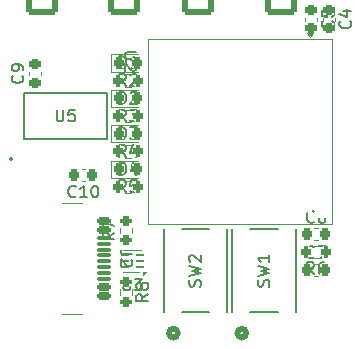
<source format=gbr>
%TF.GenerationSoftware,KiCad,Pcbnew,8.0.5*%
%TF.CreationDate,2025-02-04T19:21:07-06:00*%
%TF.ProjectId,Feather1268,46656174-6865-4723-9132-36382e6b6963,rev?*%
%TF.SameCoordinates,Original*%
%TF.FileFunction,Legend,Top*%
%TF.FilePolarity,Positive*%
%FSLAX46Y46*%
G04 Gerber Fmt 4.6, Leading zero omitted, Abs format (unit mm)*
G04 Created by KiCad (PCBNEW 8.0.5) date 2025-02-04 19:21:07*
%MOMM*%
%LPD*%
G01*
G04 APERTURE LIST*
G04 Aperture macros list*
%AMRoundRect*
0 Rectangle with rounded corners*
0 $1 Rounding radius*
0 $2 $3 $4 $5 $6 $7 $8 $9 X,Y pos of 4 corners*
0 Add a 4 corners polygon primitive as box body*
4,1,4,$2,$3,$4,$5,$6,$7,$8,$9,$2,$3,0*
0 Add four circle primitives for the rounded corners*
1,1,$1+$1,$2,$3*
1,1,$1+$1,$4,$5*
1,1,$1+$1,$6,$7*
1,1,$1+$1,$8,$9*
0 Add four rect primitives between the rounded corners*
20,1,$1+$1,$2,$3,$4,$5,0*
20,1,$1+$1,$4,$5,$6,$7,0*
20,1,$1+$1,$6,$7,$8,$9,0*
20,1,$1+$1,$8,$9,$2,$3,0*%
%AMOutline5P*
0 Free polygon, 5 corners , with rotation*
0 The origin of the aperture is its center*
0 number of corners: always 5*
0 $1 to $10 corner X, Y*
0 $11 Rotation angle, in degrees counterclockwise*
0 create outline with 5 corners*
4,1,5,$1,$2,$3,$4,$5,$6,$7,$8,$9,$10,$1,$2,$11*%
%AMOutline6P*
0 Free polygon, 6 corners , with rotation*
0 The origin of the aperture is its center*
0 number of corners: always 6*
0 $1 to $12 corner X, Y*
0 $13 Rotation angle, in degrees counterclockwise*
0 create outline with 6 corners*
4,1,6,$1,$2,$3,$4,$5,$6,$7,$8,$9,$10,$11,$12,$1,$2,$13*%
%AMOutline7P*
0 Free polygon, 7 corners , with rotation*
0 The origin of the aperture is its center*
0 number of corners: always 7*
0 $1 to $14 corner X, Y*
0 $15 Rotation angle, in degrees counterclockwise*
0 create outline with 7 corners*
4,1,7,$1,$2,$3,$4,$5,$6,$7,$8,$9,$10,$11,$12,$13,$14,$1,$2,$15*%
%AMOutline8P*
0 Free polygon, 8 corners , with rotation*
0 The origin of the aperture is its center*
0 number of corners: always 8*
0 $1 to $16 corner X, Y*
0 $17 Rotation angle, in degrees counterclockwise*
0 create outline with 8 corners*
4,1,8,$1,$2,$3,$4,$5,$6,$7,$8,$9,$10,$11,$12,$13,$14,$15,$16,$1,$2,$17*%
G04 Aperture macros list end*
%ADD10C,0.150000*%
%ADD11C,0.152400*%
%ADD12C,0.508000*%
%ADD13C,0.120000*%
%ADD14R,0.889000X1.473200*%
%ADD15R,3.200400X1.473200*%
%ADD16R,0.762000X0.990600*%
%ADD17RoundRect,0.062500X0.237500X0.062500X-0.237500X0.062500X-0.237500X-0.062500X0.237500X-0.062500X0*%
%ADD18R,0.400000X0.800000*%
%ADD19R,0.800000X0.400000*%
%ADD20Outline5P,-0.600000X0.204000X-0.204000X0.600000X0.600000X0.600000X0.600000X-0.600000X-0.600000X-0.600000X270.000000*%
%ADD21R,1.200000X1.200000*%
%ADD22R,0.800000X0.800000*%
%ADD23RoundRect,0.200000X-0.275000X0.200000X-0.275000X-0.200000X0.275000X-0.200000X0.275000X0.200000X0*%
%ADD24RoundRect,0.200000X0.275000X-0.200000X0.275000X0.200000X-0.275000X0.200000X-0.275000X-0.200000X0*%
%ADD25RoundRect,0.200000X0.200000X0.275000X-0.200000X0.275000X-0.200000X-0.275000X0.200000X-0.275000X0*%
%ADD26RoundRect,0.250000X1.082500X-1.595000X1.082500X1.595000X-1.082500X1.595000X-1.082500X-1.595000X0*%
%ADD27C,0.650000*%
%ADD28RoundRect,0.150000X-0.425000X0.150000X-0.425000X-0.150000X0.425000X-0.150000X0.425000X0.150000X0*%
%ADD29RoundRect,0.075000X-0.500000X0.075000X-0.500000X-0.075000X0.500000X-0.075000X0.500000X0.075000X0*%
%ADD30O,2.100000X1.000000*%
%ADD31O,1.800000X1.000000*%
%ADD32RoundRect,0.218750X-0.218750X-0.256250X0.218750X-0.256250X0.218750X0.256250X-0.218750X0.256250X0*%
%ADD33RoundRect,0.225000X0.225000X0.250000X-0.225000X0.250000X-0.225000X-0.250000X0.225000X-0.250000X0*%
%ADD34RoundRect,0.225000X0.250000X-0.225000X0.250000X0.225000X-0.250000X0.225000X-0.250000X-0.225000X0*%
%ADD35RoundRect,0.225000X-0.225000X-0.250000X0.225000X-0.250000X0.225000X0.250000X-0.225000X0.250000X0*%
%ADD36RoundRect,0.225000X-0.250000X0.225000X-0.250000X-0.225000X0.250000X-0.225000X0.250000X0.225000X0*%
G04 APERTURE END LIST*
D10*
X119738095Y-39654819D02*
X119738095Y-40464342D01*
X119738095Y-40464342D02*
X119785714Y-40559580D01*
X119785714Y-40559580D02*
X119833333Y-40607200D01*
X119833333Y-40607200D02*
X119928571Y-40654819D01*
X119928571Y-40654819D02*
X120119047Y-40654819D01*
X120119047Y-40654819D02*
X120214285Y-40607200D01*
X120214285Y-40607200D02*
X120261904Y-40559580D01*
X120261904Y-40559580D02*
X120309523Y-40464342D01*
X120309523Y-40464342D02*
X120309523Y-39654819D01*
X121261904Y-39654819D02*
X120785714Y-39654819D01*
X120785714Y-39654819D02*
X120738095Y-40131009D01*
X120738095Y-40131009D02*
X120785714Y-40083390D01*
X120785714Y-40083390D02*
X120880952Y-40035771D01*
X120880952Y-40035771D02*
X121119047Y-40035771D01*
X121119047Y-40035771D02*
X121214285Y-40083390D01*
X121214285Y-40083390D02*
X121261904Y-40131009D01*
X121261904Y-40131009D02*
X121309523Y-40226247D01*
X121309523Y-40226247D02*
X121309523Y-40464342D01*
X121309523Y-40464342D02*
X121261904Y-40559580D01*
X121261904Y-40559580D02*
X121214285Y-40607200D01*
X121214285Y-40607200D02*
X121119047Y-40654819D01*
X121119047Y-40654819D02*
X120880952Y-40654819D01*
X120880952Y-40654819D02*
X120785714Y-40607200D01*
X120785714Y-40607200D02*
X120738095Y-40559580D01*
X131907200Y-54633332D02*
X131954819Y-54490475D01*
X131954819Y-54490475D02*
X131954819Y-54252380D01*
X131954819Y-54252380D02*
X131907200Y-54157142D01*
X131907200Y-54157142D02*
X131859580Y-54109523D01*
X131859580Y-54109523D02*
X131764342Y-54061904D01*
X131764342Y-54061904D02*
X131669104Y-54061904D01*
X131669104Y-54061904D02*
X131573866Y-54109523D01*
X131573866Y-54109523D02*
X131526247Y-54157142D01*
X131526247Y-54157142D02*
X131478628Y-54252380D01*
X131478628Y-54252380D02*
X131431009Y-54442856D01*
X131431009Y-54442856D02*
X131383390Y-54538094D01*
X131383390Y-54538094D02*
X131335771Y-54585713D01*
X131335771Y-54585713D02*
X131240533Y-54633332D01*
X131240533Y-54633332D02*
X131145295Y-54633332D01*
X131145295Y-54633332D02*
X131050057Y-54585713D01*
X131050057Y-54585713D02*
X131002438Y-54538094D01*
X131002438Y-54538094D02*
X130954819Y-54442856D01*
X130954819Y-54442856D02*
X130954819Y-54204761D01*
X130954819Y-54204761D02*
X131002438Y-54061904D01*
X130954819Y-53728570D02*
X131954819Y-53490475D01*
X131954819Y-53490475D02*
X131240533Y-53299999D01*
X131240533Y-53299999D02*
X131954819Y-53109523D01*
X131954819Y-53109523D02*
X130954819Y-52871428D01*
X131050057Y-52538094D02*
X131002438Y-52490475D01*
X131002438Y-52490475D02*
X130954819Y-52395237D01*
X130954819Y-52395237D02*
X130954819Y-52157142D01*
X130954819Y-52157142D02*
X131002438Y-52061904D01*
X131002438Y-52061904D02*
X131050057Y-52014285D01*
X131050057Y-52014285D02*
X131145295Y-51966666D01*
X131145295Y-51966666D02*
X131240533Y-51966666D01*
X131240533Y-51966666D02*
X131383390Y-52014285D01*
X131383390Y-52014285D02*
X131954819Y-52585713D01*
X131954819Y-52585713D02*
X131954819Y-51966666D01*
X137707200Y-54633332D02*
X137754819Y-54490475D01*
X137754819Y-54490475D02*
X137754819Y-54252380D01*
X137754819Y-54252380D02*
X137707200Y-54157142D01*
X137707200Y-54157142D02*
X137659580Y-54109523D01*
X137659580Y-54109523D02*
X137564342Y-54061904D01*
X137564342Y-54061904D02*
X137469104Y-54061904D01*
X137469104Y-54061904D02*
X137373866Y-54109523D01*
X137373866Y-54109523D02*
X137326247Y-54157142D01*
X137326247Y-54157142D02*
X137278628Y-54252380D01*
X137278628Y-54252380D02*
X137231009Y-54442856D01*
X137231009Y-54442856D02*
X137183390Y-54538094D01*
X137183390Y-54538094D02*
X137135771Y-54585713D01*
X137135771Y-54585713D02*
X137040533Y-54633332D01*
X137040533Y-54633332D02*
X136945295Y-54633332D01*
X136945295Y-54633332D02*
X136850057Y-54585713D01*
X136850057Y-54585713D02*
X136802438Y-54538094D01*
X136802438Y-54538094D02*
X136754819Y-54442856D01*
X136754819Y-54442856D02*
X136754819Y-54204761D01*
X136754819Y-54204761D02*
X136802438Y-54061904D01*
X136754819Y-53728570D02*
X137754819Y-53490475D01*
X137754819Y-53490475D02*
X137040533Y-53299999D01*
X137040533Y-53299999D02*
X137754819Y-53109523D01*
X137754819Y-53109523D02*
X136754819Y-52871428D01*
X137754819Y-51966666D02*
X137754819Y-52538094D01*
X137754819Y-52252380D02*
X136754819Y-52252380D01*
X136754819Y-52252380D02*
X136897676Y-52347618D01*
X136897676Y-52347618D02*
X136992914Y-52442856D01*
X136992914Y-52442856D02*
X137040533Y-52538094D01*
X125388095Y-53954819D02*
X125388095Y-54764342D01*
X125388095Y-54764342D02*
X125435714Y-54859580D01*
X125435714Y-54859580D02*
X125483333Y-54907200D01*
X125483333Y-54907200D02*
X125578571Y-54954819D01*
X125578571Y-54954819D02*
X125769047Y-54954819D01*
X125769047Y-54954819D02*
X125864285Y-54907200D01*
X125864285Y-54907200D02*
X125911904Y-54859580D01*
X125911904Y-54859580D02*
X125959523Y-54764342D01*
X125959523Y-54764342D02*
X125959523Y-53954819D01*
X126340476Y-53954819D02*
X126959523Y-53954819D01*
X126959523Y-53954819D02*
X126626190Y-54335771D01*
X126626190Y-54335771D02*
X126769047Y-54335771D01*
X126769047Y-54335771D02*
X126864285Y-54383390D01*
X126864285Y-54383390D02*
X126911904Y-54431009D01*
X126911904Y-54431009D02*
X126959523Y-54526247D01*
X126959523Y-54526247D02*
X126959523Y-54764342D01*
X126959523Y-54764342D02*
X126911904Y-54859580D01*
X126911904Y-54859580D02*
X126864285Y-54907200D01*
X126864285Y-54907200D02*
X126769047Y-54954819D01*
X126769047Y-54954819D02*
X126483333Y-54954819D01*
X126483333Y-54954819D02*
X126388095Y-54907200D01*
X126388095Y-54907200D02*
X126340476Y-54859580D01*
X126495180Y-34788095D02*
X125685657Y-34788095D01*
X125685657Y-34788095D02*
X125590419Y-34835714D01*
X125590419Y-34835714D02*
X125542800Y-34883333D01*
X125542800Y-34883333D02*
X125495180Y-34978571D01*
X125495180Y-34978571D02*
X125495180Y-35169047D01*
X125495180Y-35169047D02*
X125542800Y-35264285D01*
X125542800Y-35264285D02*
X125590419Y-35311904D01*
X125590419Y-35311904D02*
X125685657Y-35359523D01*
X125685657Y-35359523D02*
X126495180Y-35359523D01*
X126399942Y-35788095D02*
X126447561Y-35835714D01*
X126447561Y-35835714D02*
X126495180Y-35930952D01*
X126495180Y-35930952D02*
X126495180Y-36169047D01*
X126495180Y-36169047D02*
X126447561Y-36264285D01*
X126447561Y-36264285D02*
X126399942Y-36311904D01*
X126399942Y-36311904D02*
X126304704Y-36359523D01*
X126304704Y-36359523D02*
X126209466Y-36359523D01*
X126209466Y-36359523D02*
X126066609Y-36311904D01*
X126066609Y-36311904D02*
X125495180Y-35740476D01*
X125495180Y-35740476D02*
X125495180Y-36359523D01*
X127484819Y-55266666D02*
X127008628Y-55599999D01*
X127484819Y-55838094D02*
X126484819Y-55838094D01*
X126484819Y-55838094D02*
X126484819Y-55457142D01*
X126484819Y-55457142D02*
X126532438Y-55361904D01*
X126532438Y-55361904D02*
X126580057Y-55314285D01*
X126580057Y-55314285D02*
X126675295Y-55266666D01*
X126675295Y-55266666D02*
X126818152Y-55266666D01*
X126818152Y-55266666D02*
X126913390Y-55314285D01*
X126913390Y-55314285D02*
X126961009Y-55361904D01*
X126961009Y-55361904D02*
X127008628Y-55457142D01*
X127008628Y-55457142D02*
X127008628Y-55838094D01*
X126913390Y-54695237D02*
X126865771Y-54790475D01*
X126865771Y-54790475D02*
X126818152Y-54838094D01*
X126818152Y-54838094D02*
X126722914Y-54885713D01*
X126722914Y-54885713D02*
X126675295Y-54885713D01*
X126675295Y-54885713D02*
X126580057Y-54838094D01*
X126580057Y-54838094D02*
X126532438Y-54790475D01*
X126532438Y-54790475D02*
X126484819Y-54695237D01*
X126484819Y-54695237D02*
X126484819Y-54504761D01*
X126484819Y-54504761D02*
X126532438Y-54409523D01*
X126532438Y-54409523D02*
X126580057Y-54361904D01*
X126580057Y-54361904D02*
X126675295Y-54314285D01*
X126675295Y-54314285D02*
X126722914Y-54314285D01*
X126722914Y-54314285D02*
X126818152Y-54361904D01*
X126818152Y-54361904D02*
X126865771Y-54409523D01*
X126865771Y-54409523D02*
X126913390Y-54504761D01*
X126913390Y-54504761D02*
X126913390Y-54695237D01*
X126913390Y-54695237D02*
X126961009Y-54790475D01*
X126961009Y-54790475D02*
X127008628Y-54838094D01*
X127008628Y-54838094D02*
X127103866Y-54885713D01*
X127103866Y-54885713D02*
X127294342Y-54885713D01*
X127294342Y-54885713D02*
X127389580Y-54838094D01*
X127389580Y-54838094D02*
X127437200Y-54790475D01*
X127437200Y-54790475D02*
X127484819Y-54695237D01*
X127484819Y-54695237D02*
X127484819Y-54504761D01*
X127484819Y-54504761D02*
X127437200Y-54409523D01*
X127437200Y-54409523D02*
X127389580Y-54361904D01*
X127389580Y-54361904D02*
X127294342Y-54314285D01*
X127294342Y-54314285D02*
X127103866Y-54314285D01*
X127103866Y-54314285D02*
X127008628Y-54361904D01*
X127008628Y-54361904D02*
X126961009Y-54409523D01*
X126961009Y-54409523D02*
X126913390Y-54504761D01*
X124624819Y-50066666D02*
X124148628Y-50399999D01*
X124624819Y-50638094D02*
X123624819Y-50638094D01*
X123624819Y-50638094D02*
X123624819Y-50257142D01*
X123624819Y-50257142D02*
X123672438Y-50161904D01*
X123672438Y-50161904D02*
X123720057Y-50114285D01*
X123720057Y-50114285D02*
X123815295Y-50066666D01*
X123815295Y-50066666D02*
X123958152Y-50066666D01*
X123958152Y-50066666D02*
X124053390Y-50114285D01*
X124053390Y-50114285D02*
X124101009Y-50161904D01*
X124101009Y-50161904D02*
X124148628Y-50257142D01*
X124148628Y-50257142D02*
X124148628Y-50638094D01*
X123624819Y-49733332D02*
X123624819Y-49066666D01*
X123624819Y-49066666D02*
X124624819Y-49495237D01*
X141533333Y-53584819D02*
X141200000Y-53108628D01*
X140961905Y-53584819D02*
X140961905Y-52584819D01*
X140961905Y-52584819D02*
X141342857Y-52584819D01*
X141342857Y-52584819D02*
X141438095Y-52632438D01*
X141438095Y-52632438D02*
X141485714Y-52680057D01*
X141485714Y-52680057D02*
X141533333Y-52775295D01*
X141533333Y-52775295D02*
X141533333Y-52918152D01*
X141533333Y-52918152D02*
X141485714Y-53013390D01*
X141485714Y-53013390D02*
X141438095Y-53061009D01*
X141438095Y-53061009D02*
X141342857Y-53108628D01*
X141342857Y-53108628D02*
X140961905Y-53108628D01*
X142390476Y-52584819D02*
X142200000Y-52584819D01*
X142200000Y-52584819D02*
X142104762Y-52632438D01*
X142104762Y-52632438D02*
X142057143Y-52680057D01*
X142057143Y-52680057D02*
X141961905Y-52822914D01*
X141961905Y-52822914D02*
X141914286Y-53013390D01*
X141914286Y-53013390D02*
X141914286Y-53394342D01*
X141914286Y-53394342D02*
X141961905Y-53489580D01*
X141961905Y-53489580D02*
X142009524Y-53537200D01*
X142009524Y-53537200D02*
X142104762Y-53584819D01*
X142104762Y-53584819D02*
X142295238Y-53584819D01*
X142295238Y-53584819D02*
X142390476Y-53537200D01*
X142390476Y-53537200D02*
X142438095Y-53489580D01*
X142438095Y-53489580D02*
X142485714Y-53394342D01*
X142485714Y-53394342D02*
X142485714Y-53156247D01*
X142485714Y-53156247D02*
X142438095Y-53061009D01*
X142438095Y-53061009D02*
X142390476Y-53013390D01*
X142390476Y-53013390D02*
X142295238Y-52965771D01*
X142295238Y-52965771D02*
X142104762Y-52965771D01*
X142104762Y-52965771D02*
X142009524Y-53013390D01*
X142009524Y-53013390D02*
X141961905Y-53061009D01*
X141961905Y-53061009D02*
X141914286Y-53156247D01*
X125608333Y-46654819D02*
X125275000Y-46178628D01*
X125036905Y-46654819D02*
X125036905Y-45654819D01*
X125036905Y-45654819D02*
X125417857Y-45654819D01*
X125417857Y-45654819D02*
X125513095Y-45702438D01*
X125513095Y-45702438D02*
X125560714Y-45750057D01*
X125560714Y-45750057D02*
X125608333Y-45845295D01*
X125608333Y-45845295D02*
X125608333Y-45988152D01*
X125608333Y-45988152D02*
X125560714Y-46083390D01*
X125560714Y-46083390D02*
X125513095Y-46131009D01*
X125513095Y-46131009D02*
X125417857Y-46178628D01*
X125417857Y-46178628D02*
X125036905Y-46178628D01*
X126513095Y-45654819D02*
X126036905Y-45654819D01*
X126036905Y-45654819D02*
X125989286Y-46131009D01*
X125989286Y-46131009D02*
X126036905Y-46083390D01*
X126036905Y-46083390D02*
X126132143Y-46035771D01*
X126132143Y-46035771D02*
X126370238Y-46035771D01*
X126370238Y-46035771D02*
X126465476Y-46083390D01*
X126465476Y-46083390D02*
X126513095Y-46131009D01*
X126513095Y-46131009D02*
X126560714Y-46226247D01*
X126560714Y-46226247D02*
X126560714Y-46464342D01*
X126560714Y-46464342D02*
X126513095Y-46559580D01*
X126513095Y-46559580D02*
X126465476Y-46607200D01*
X126465476Y-46607200D02*
X126370238Y-46654819D01*
X126370238Y-46654819D02*
X126132143Y-46654819D01*
X126132143Y-46654819D02*
X126036905Y-46607200D01*
X126036905Y-46607200D02*
X125989286Y-46559580D01*
X125608333Y-43654819D02*
X125275000Y-43178628D01*
X125036905Y-43654819D02*
X125036905Y-42654819D01*
X125036905Y-42654819D02*
X125417857Y-42654819D01*
X125417857Y-42654819D02*
X125513095Y-42702438D01*
X125513095Y-42702438D02*
X125560714Y-42750057D01*
X125560714Y-42750057D02*
X125608333Y-42845295D01*
X125608333Y-42845295D02*
X125608333Y-42988152D01*
X125608333Y-42988152D02*
X125560714Y-43083390D01*
X125560714Y-43083390D02*
X125513095Y-43131009D01*
X125513095Y-43131009D02*
X125417857Y-43178628D01*
X125417857Y-43178628D02*
X125036905Y-43178628D01*
X126465476Y-42988152D02*
X126465476Y-43654819D01*
X126227381Y-42607200D02*
X125989286Y-43321485D01*
X125989286Y-43321485D02*
X126608333Y-43321485D01*
X125608333Y-40654819D02*
X125275000Y-40178628D01*
X125036905Y-40654819D02*
X125036905Y-39654819D01*
X125036905Y-39654819D02*
X125417857Y-39654819D01*
X125417857Y-39654819D02*
X125513095Y-39702438D01*
X125513095Y-39702438D02*
X125560714Y-39750057D01*
X125560714Y-39750057D02*
X125608333Y-39845295D01*
X125608333Y-39845295D02*
X125608333Y-39988152D01*
X125608333Y-39988152D02*
X125560714Y-40083390D01*
X125560714Y-40083390D02*
X125513095Y-40131009D01*
X125513095Y-40131009D02*
X125417857Y-40178628D01*
X125417857Y-40178628D02*
X125036905Y-40178628D01*
X125941667Y-39654819D02*
X126560714Y-39654819D01*
X126560714Y-39654819D02*
X126227381Y-40035771D01*
X126227381Y-40035771D02*
X126370238Y-40035771D01*
X126370238Y-40035771D02*
X126465476Y-40083390D01*
X126465476Y-40083390D02*
X126513095Y-40131009D01*
X126513095Y-40131009D02*
X126560714Y-40226247D01*
X126560714Y-40226247D02*
X126560714Y-40464342D01*
X126560714Y-40464342D02*
X126513095Y-40559580D01*
X126513095Y-40559580D02*
X126465476Y-40607200D01*
X126465476Y-40607200D02*
X126370238Y-40654819D01*
X126370238Y-40654819D02*
X126084524Y-40654819D01*
X126084524Y-40654819D02*
X125989286Y-40607200D01*
X125989286Y-40607200D02*
X125941667Y-40559580D01*
X125608333Y-37654819D02*
X125275000Y-37178628D01*
X125036905Y-37654819D02*
X125036905Y-36654819D01*
X125036905Y-36654819D02*
X125417857Y-36654819D01*
X125417857Y-36654819D02*
X125513095Y-36702438D01*
X125513095Y-36702438D02*
X125560714Y-36750057D01*
X125560714Y-36750057D02*
X125608333Y-36845295D01*
X125608333Y-36845295D02*
X125608333Y-36988152D01*
X125608333Y-36988152D02*
X125560714Y-37083390D01*
X125560714Y-37083390D02*
X125513095Y-37131009D01*
X125513095Y-37131009D02*
X125417857Y-37178628D01*
X125417857Y-37178628D02*
X125036905Y-37178628D01*
X125989286Y-36750057D02*
X126036905Y-36702438D01*
X126036905Y-36702438D02*
X126132143Y-36654819D01*
X126132143Y-36654819D02*
X126370238Y-36654819D01*
X126370238Y-36654819D02*
X126465476Y-36702438D01*
X126465476Y-36702438D02*
X126513095Y-36750057D01*
X126513095Y-36750057D02*
X126560714Y-36845295D01*
X126560714Y-36845295D02*
X126560714Y-36940533D01*
X126560714Y-36940533D02*
X126513095Y-37083390D01*
X126513095Y-37083390D02*
X125941667Y-37654819D01*
X125941667Y-37654819D02*
X126560714Y-37654819D01*
X126155180Y-51916666D02*
X125440895Y-51916666D01*
X125440895Y-51916666D02*
X125298038Y-51869047D01*
X125298038Y-51869047D02*
X125202800Y-51773809D01*
X125202800Y-51773809D02*
X125155180Y-51630952D01*
X125155180Y-51630952D02*
X125155180Y-51535714D01*
X126059942Y-52345238D02*
X126107561Y-52392857D01*
X126107561Y-52392857D02*
X126155180Y-52488095D01*
X126155180Y-52488095D02*
X126155180Y-52726190D01*
X126155180Y-52726190D02*
X126107561Y-52821428D01*
X126107561Y-52821428D02*
X126059942Y-52869047D01*
X126059942Y-52869047D02*
X125964704Y-52916666D01*
X125964704Y-52916666D02*
X125869466Y-52916666D01*
X125869466Y-52916666D02*
X125726609Y-52869047D01*
X125726609Y-52869047D02*
X125155180Y-52297619D01*
X125155180Y-52297619D02*
X125155180Y-52916666D01*
X125056905Y-45154819D02*
X125056905Y-44154819D01*
X125056905Y-44154819D02*
X125295000Y-44154819D01*
X125295000Y-44154819D02*
X125437857Y-44202438D01*
X125437857Y-44202438D02*
X125533095Y-44297676D01*
X125533095Y-44297676D02*
X125580714Y-44392914D01*
X125580714Y-44392914D02*
X125628333Y-44583390D01*
X125628333Y-44583390D02*
X125628333Y-44726247D01*
X125628333Y-44726247D02*
X125580714Y-44916723D01*
X125580714Y-44916723D02*
X125533095Y-45011961D01*
X125533095Y-45011961D02*
X125437857Y-45107200D01*
X125437857Y-45107200D02*
X125295000Y-45154819D01*
X125295000Y-45154819D02*
X125056905Y-45154819D01*
X126485476Y-44488152D02*
X126485476Y-45154819D01*
X126247381Y-44107200D02*
X126009286Y-44821485D01*
X126009286Y-44821485D02*
X126628333Y-44821485D01*
X125056905Y-42154819D02*
X125056905Y-41154819D01*
X125056905Y-41154819D02*
X125295000Y-41154819D01*
X125295000Y-41154819D02*
X125437857Y-41202438D01*
X125437857Y-41202438D02*
X125533095Y-41297676D01*
X125533095Y-41297676D02*
X125580714Y-41392914D01*
X125580714Y-41392914D02*
X125628333Y-41583390D01*
X125628333Y-41583390D02*
X125628333Y-41726247D01*
X125628333Y-41726247D02*
X125580714Y-41916723D01*
X125580714Y-41916723D02*
X125533095Y-42011961D01*
X125533095Y-42011961D02*
X125437857Y-42107200D01*
X125437857Y-42107200D02*
X125295000Y-42154819D01*
X125295000Y-42154819D02*
X125056905Y-42154819D01*
X125961667Y-41154819D02*
X126580714Y-41154819D01*
X126580714Y-41154819D02*
X126247381Y-41535771D01*
X126247381Y-41535771D02*
X126390238Y-41535771D01*
X126390238Y-41535771D02*
X126485476Y-41583390D01*
X126485476Y-41583390D02*
X126533095Y-41631009D01*
X126533095Y-41631009D02*
X126580714Y-41726247D01*
X126580714Y-41726247D02*
X126580714Y-41964342D01*
X126580714Y-41964342D02*
X126533095Y-42059580D01*
X126533095Y-42059580D02*
X126485476Y-42107200D01*
X126485476Y-42107200D02*
X126390238Y-42154819D01*
X126390238Y-42154819D02*
X126104524Y-42154819D01*
X126104524Y-42154819D02*
X126009286Y-42107200D01*
X126009286Y-42107200D02*
X125961667Y-42059580D01*
X125056905Y-39154819D02*
X125056905Y-38154819D01*
X125056905Y-38154819D02*
X125295000Y-38154819D01*
X125295000Y-38154819D02*
X125437857Y-38202438D01*
X125437857Y-38202438D02*
X125533095Y-38297676D01*
X125533095Y-38297676D02*
X125580714Y-38392914D01*
X125580714Y-38392914D02*
X125628333Y-38583390D01*
X125628333Y-38583390D02*
X125628333Y-38726247D01*
X125628333Y-38726247D02*
X125580714Y-38916723D01*
X125580714Y-38916723D02*
X125533095Y-39011961D01*
X125533095Y-39011961D02*
X125437857Y-39107200D01*
X125437857Y-39107200D02*
X125295000Y-39154819D01*
X125295000Y-39154819D02*
X125056905Y-39154819D01*
X126009286Y-38250057D02*
X126056905Y-38202438D01*
X126056905Y-38202438D02*
X126152143Y-38154819D01*
X126152143Y-38154819D02*
X126390238Y-38154819D01*
X126390238Y-38154819D02*
X126485476Y-38202438D01*
X126485476Y-38202438D02*
X126533095Y-38250057D01*
X126533095Y-38250057D02*
X126580714Y-38345295D01*
X126580714Y-38345295D02*
X126580714Y-38440533D01*
X126580714Y-38440533D02*
X126533095Y-38583390D01*
X126533095Y-38583390D02*
X125961667Y-39154819D01*
X125961667Y-39154819D02*
X126580714Y-39154819D01*
X125056905Y-36154819D02*
X125056905Y-35154819D01*
X125056905Y-35154819D02*
X125295000Y-35154819D01*
X125295000Y-35154819D02*
X125437857Y-35202438D01*
X125437857Y-35202438D02*
X125533095Y-35297676D01*
X125533095Y-35297676D02*
X125580714Y-35392914D01*
X125580714Y-35392914D02*
X125628333Y-35583390D01*
X125628333Y-35583390D02*
X125628333Y-35726247D01*
X125628333Y-35726247D02*
X125580714Y-35916723D01*
X125580714Y-35916723D02*
X125533095Y-36011961D01*
X125533095Y-36011961D02*
X125437857Y-36107200D01*
X125437857Y-36107200D02*
X125295000Y-36154819D01*
X125295000Y-36154819D02*
X125056905Y-36154819D01*
X126580714Y-36154819D02*
X126009286Y-36154819D01*
X126295000Y-36154819D02*
X126295000Y-35154819D01*
X126295000Y-35154819D02*
X126199762Y-35297676D01*
X126199762Y-35297676D02*
X126104524Y-35392914D01*
X126104524Y-35392914D02*
X126009286Y-35440533D01*
X121357142Y-46989580D02*
X121309523Y-47037200D01*
X121309523Y-47037200D02*
X121166666Y-47084819D01*
X121166666Y-47084819D02*
X121071428Y-47084819D01*
X121071428Y-47084819D02*
X120928571Y-47037200D01*
X120928571Y-47037200D02*
X120833333Y-46941961D01*
X120833333Y-46941961D02*
X120785714Y-46846723D01*
X120785714Y-46846723D02*
X120738095Y-46656247D01*
X120738095Y-46656247D02*
X120738095Y-46513390D01*
X120738095Y-46513390D02*
X120785714Y-46322914D01*
X120785714Y-46322914D02*
X120833333Y-46227676D01*
X120833333Y-46227676D02*
X120928571Y-46132438D01*
X120928571Y-46132438D02*
X121071428Y-46084819D01*
X121071428Y-46084819D02*
X121166666Y-46084819D01*
X121166666Y-46084819D02*
X121309523Y-46132438D01*
X121309523Y-46132438D02*
X121357142Y-46180057D01*
X122309523Y-47084819D02*
X121738095Y-47084819D01*
X122023809Y-47084819D02*
X122023809Y-46084819D01*
X122023809Y-46084819D02*
X121928571Y-46227676D01*
X121928571Y-46227676D02*
X121833333Y-46322914D01*
X121833333Y-46322914D02*
X121738095Y-46370533D01*
X122928571Y-46084819D02*
X123023809Y-46084819D01*
X123023809Y-46084819D02*
X123119047Y-46132438D01*
X123119047Y-46132438D02*
X123166666Y-46180057D01*
X123166666Y-46180057D02*
X123214285Y-46275295D01*
X123214285Y-46275295D02*
X123261904Y-46465771D01*
X123261904Y-46465771D02*
X123261904Y-46703866D01*
X123261904Y-46703866D02*
X123214285Y-46894342D01*
X123214285Y-46894342D02*
X123166666Y-46989580D01*
X123166666Y-46989580D02*
X123119047Y-47037200D01*
X123119047Y-47037200D02*
X123023809Y-47084819D01*
X123023809Y-47084819D02*
X122928571Y-47084819D01*
X122928571Y-47084819D02*
X122833333Y-47037200D01*
X122833333Y-47037200D02*
X122785714Y-46989580D01*
X122785714Y-46989580D02*
X122738095Y-46894342D01*
X122738095Y-46894342D02*
X122690476Y-46703866D01*
X122690476Y-46703866D02*
X122690476Y-46465771D01*
X122690476Y-46465771D02*
X122738095Y-46275295D01*
X122738095Y-46275295D02*
X122785714Y-46180057D01*
X122785714Y-46180057D02*
X122833333Y-46132438D01*
X122833333Y-46132438D02*
X122928571Y-46084819D01*
X116829580Y-36766666D02*
X116877200Y-36814285D01*
X116877200Y-36814285D02*
X116924819Y-36957142D01*
X116924819Y-36957142D02*
X116924819Y-37052380D01*
X116924819Y-37052380D02*
X116877200Y-37195237D01*
X116877200Y-37195237D02*
X116781961Y-37290475D01*
X116781961Y-37290475D02*
X116686723Y-37338094D01*
X116686723Y-37338094D02*
X116496247Y-37385713D01*
X116496247Y-37385713D02*
X116353390Y-37385713D01*
X116353390Y-37385713D02*
X116162914Y-37338094D01*
X116162914Y-37338094D02*
X116067676Y-37290475D01*
X116067676Y-37290475D02*
X115972438Y-37195237D01*
X115972438Y-37195237D02*
X115924819Y-37052380D01*
X115924819Y-37052380D02*
X115924819Y-36957142D01*
X115924819Y-36957142D02*
X115972438Y-36814285D01*
X115972438Y-36814285D02*
X116020057Y-36766666D01*
X116924819Y-36290475D02*
X116924819Y-36099999D01*
X116924819Y-36099999D02*
X116877200Y-36004761D01*
X116877200Y-36004761D02*
X116829580Y-35957142D01*
X116829580Y-35957142D02*
X116686723Y-35861904D01*
X116686723Y-35861904D02*
X116496247Y-35814285D01*
X116496247Y-35814285D02*
X116115295Y-35814285D01*
X116115295Y-35814285D02*
X116020057Y-35861904D01*
X116020057Y-35861904D02*
X115972438Y-35909523D01*
X115972438Y-35909523D02*
X115924819Y-36004761D01*
X115924819Y-36004761D02*
X115924819Y-36195237D01*
X115924819Y-36195237D02*
X115972438Y-36290475D01*
X115972438Y-36290475D02*
X116020057Y-36338094D01*
X116020057Y-36338094D02*
X116115295Y-36385713D01*
X116115295Y-36385713D02*
X116353390Y-36385713D01*
X116353390Y-36385713D02*
X116448628Y-36338094D01*
X116448628Y-36338094D02*
X116496247Y-36290475D01*
X116496247Y-36290475D02*
X116543866Y-36195237D01*
X116543866Y-36195237D02*
X116543866Y-36004761D01*
X116543866Y-36004761D02*
X116496247Y-35909523D01*
X116496247Y-35909523D02*
X116448628Y-35861904D01*
X116448628Y-35861904D02*
X116353390Y-35814285D01*
X141533333Y-52129580D02*
X141485714Y-52177200D01*
X141485714Y-52177200D02*
X141342857Y-52224819D01*
X141342857Y-52224819D02*
X141247619Y-52224819D01*
X141247619Y-52224819D02*
X141104762Y-52177200D01*
X141104762Y-52177200D02*
X141009524Y-52081961D01*
X141009524Y-52081961D02*
X140961905Y-51986723D01*
X140961905Y-51986723D02*
X140914286Y-51796247D01*
X140914286Y-51796247D02*
X140914286Y-51653390D01*
X140914286Y-51653390D02*
X140961905Y-51462914D01*
X140961905Y-51462914D02*
X141009524Y-51367676D01*
X141009524Y-51367676D02*
X141104762Y-51272438D01*
X141104762Y-51272438D02*
X141247619Y-51224819D01*
X141247619Y-51224819D02*
X141342857Y-51224819D01*
X141342857Y-51224819D02*
X141485714Y-51272438D01*
X141485714Y-51272438D02*
X141533333Y-51320057D01*
X141866667Y-51224819D02*
X142533333Y-51224819D01*
X142533333Y-51224819D02*
X142104762Y-52224819D01*
X141533333Y-49129580D02*
X141485714Y-49177200D01*
X141485714Y-49177200D02*
X141342857Y-49224819D01*
X141342857Y-49224819D02*
X141247619Y-49224819D01*
X141247619Y-49224819D02*
X141104762Y-49177200D01*
X141104762Y-49177200D02*
X141009524Y-49081961D01*
X141009524Y-49081961D02*
X140961905Y-48986723D01*
X140961905Y-48986723D02*
X140914286Y-48796247D01*
X140914286Y-48796247D02*
X140914286Y-48653390D01*
X140914286Y-48653390D02*
X140961905Y-48462914D01*
X140961905Y-48462914D02*
X141009524Y-48367676D01*
X141009524Y-48367676D02*
X141104762Y-48272438D01*
X141104762Y-48272438D02*
X141247619Y-48224819D01*
X141247619Y-48224819D02*
X141342857Y-48224819D01*
X141342857Y-48224819D02*
X141485714Y-48272438D01*
X141485714Y-48272438D02*
X141533333Y-48320057D01*
X142390476Y-48224819D02*
X142200000Y-48224819D01*
X142200000Y-48224819D02*
X142104762Y-48272438D01*
X142104762Y-48272438D02*
X142057143Y-48320057D01*
X142057143Y-48320057D02*
X141961905Y-48462914D01*
X141961905Y-48462914D02*
X141914286Y-48653390D01*
X141914286Y-48653390D02*
X141914286Y-49034342D01*
X141914286Y-49034342D02*
X141961905Y-49129580D01*
X141961905Y-49129580D02*
X142009524Y-49177200D01*
X142009524Y-49177200D02*
X142104762Y-49224819D01*
X142104762Y-49224819D02*
X142295238Y-49224819D01*
X142295238Y-49224819D02*
X142390476Y-49177200D01*
X142390476Y-49177200D02*
X142438095Y-49129580D01*
X142438095Y-49129580D02*
X142485714Y-49034342D01*
X142485714Y-49034342D02*
X142485714Y-48796247D01*
X142485714Y-48796247D02*
X142438095Y-48701009D01*
X142438095Y-48701009D02*
X142390476Y-48653390D01*
X142390476Y-48653390D02*
X142295238Y-48605771D01*
X142295238Y-48605771D02*
X142104762Y-48605771D01*
X142104762Y-48605771D02*
X142009524Y-48653390D01*
X142009524Y-48653390D02*
X141961905Y-48701009D01*
X141961905Y-48701009D02*
X141914286Y-48796247D01*
X143089580Y-32166666D02*
X143137200Y-32214285D01*
X143137200Y-32214285D02*
X143184819Y-32357142D01*
X143184819Y-32357142D02*
X143184819Y-32452380D01*
X143184819Y-32452380D02*
X143137200Y-32595237D01*
X143137200Y-32595237D02*
X143041961Y-32690475D01*
X143041961Y-32690475D02*
X142946723Y-32738094D01*
X142946723Y-32738094D02*
X142756247Y-32785713D01*
X142756247Y-32785713D02*
X142613390Y-32785713D01*
X142613390Y-32785713D02*
X142422914Y-32738094D01*
X142422914Y-32738094D02*
X142327676Y-32690475D01*
X142327676Y-32690475D02*
X142232438Y-32595237D01*
X142232438Y-32595237D02*
X142184819Y-32452380D01*
X142184819Y-32452380D02*
X142184819Y-32357142D01*
X142184819Y-32357142D02*
X142232438Y-32214285D01*
X142232438Y-32214285D02*
X142280057Y-32166666D01*
X142184819Y-31261904D02*
X142184819Y-31738094D01*
X142184819Y-31738094D02*
X142661009Y-31785713D01*
X142661009Y-31785713D02*
X142613390Y-31738094D01*
X142613390Y-31738094D02*
X142565771Y-31642856D01*
X142565771Y-31642856D02*
X142565771Y-31404761D01*
X142565771Y-31404761D02*
X142613390Y-31309523D01*
X142613390Y-31309523D02*
X142661009Y-31261904D01*
X142661009Y-31261904D02*
X142756247Y-31214285D01*
X142756247Y-31214285D02*
X142994342Y-31214285D01*
X142994342Y-31214285D02*
X143089580Y-31261904D01*
X143089580Y-31261904D02*
X143137200Y-31309523D01*
X143137200Y-31309523D02*
X143184819Y-31404761D01*
X143184819Y-31404761D02*
X143184819Y-31642856D01*
X143184819Y-31642856D02*
X143137200Y-31738094D01*
X143137200Y-31738094D02*
X143089580Y-31785713D01*
X144589580Y-32166666D02*
X144637200Y-32214285D01*
X144637200Y-32214285D02*
X144684819Y-32357142D01*
X144684819Y-32357142D02*
X144684819Y-32452380D01*
X144684819Y-32452380D02*
X144637200Y-32595237D01*
X144637200Y-32595237D02*
X144541961Y-32690475D01*
X144541961Y-32690475D02*
X144446723Y-32738094D01*
X144446723Y-32738094D02*
X144256247Y-32785713D01*
X144256247Y-32785713D02*
X144113390Y-32785713D01*
X144113390Y-32785713D02*
X143922914Y-32738094D01*
X143922914Y-32738094D02*
X143827676Y-32690475D01*
X143827676Y-32690475D02*
X143732438Y-32595237D01*
X143732438Y-32595237D02*
X143684819Y-32452380D01*
X143684819Y-32452380D02*
X143684819Y-32357142D01*
X143684819Y-32357142D02*
X143732438Y-32214285D01*
X143732438Y-32214285D02*
X143780057Y-32166666D01*
X144018152Y-31309523D02*
X144684819Y-31309523D01*
X143637200Y-31547618D02*
X144351485Y-31785713D01*
X144351485Y-31785713D02*
X144351485Y-31166666D01*
D11*
%TO.C,U5*%
X116004200Y-43844900D02*
G75*
G02*
X115750200Y-43844900I-127000J0D01*
G01*
X115750200Y-43844900D02*
G75*
G02*
X116004200Y-43844900I127000J0D01*
G01*
X117020200Y-42181200D02*
X123979800Y-42181200D01*
X123979800Y-42181200D02*
X123979800Y-38218800D01*
X123979800Y-38218800D02*
X117020200Y-38218800D01*
X117020200Y-38218800D02*
X117020200Y-42181200D01*
D12*
%TO.C,SW2*%
X130006000Y-58583200D02*
G75*
G02*
X129244000Y-58583200I-381000J0D01*
G01*
X129244000Y-58583200D02*
G75*
G02*
X130006000Y-58583200I381000J0D01*
G01*
D11*
X134205100Y-56805200D02*
X134205100Y-49794800D01*
X132661407Y-49794800D02*
X130338593Y-49794800D01*
X128794900Y-49794800D02*
X128794900Y-56805200D01*
X130338593Y-56805200D02*
X132661407Y-56805200D01*
D12*
%TO.C,SW1*%
X135806000Y-58583200D02*
G75*
G02*
X135044000Y-58583200I-381000J0D01*
G01*
X135044000Y-58583200D02*
G75*
G02*
X135806000Y-58583200I381000J0D01*
G01*
D11*
X140005100Y-56805200D02*
X140005100Y-49794800D01*
X138461407Y-49794800D02*
X136138593Y-49794800D01*
X134594900Y-49794800D02*
X134594900Y-56805200D01*
X136138593Y-56805200D02*
X138461407Y-56805200D01*
D13*
%TO.C,U3*%
X125400000Y-53430000D02*
X126700000Y-53430000D01*
X125400000Y-51570000D02*
X126900000Y-51570000D01*
X127040000Y-53670000D02*
X127040000Y-53390000D01*
X127320000Y-53390000D01*
X127040000Y-53670000D01*
G36*
X127040000Y-53670000D02*
G01*
X127040000Y-53390000D01*
X127320000Y-53390000D01*
X127040000Y-53670000D01*
G37*
%TO.C,U2*%
X143050000Y-33700000D02*
X143050000Y-49300000D01*
X127450000Y-33700000D02*
X143050000Y-33700000D01*
X143050000Y-49300000D02*
X127450000Y-49300000D01*
X127450000Y-49300000D02*
X127450000Y-33700000D01*
X141200000Y-33525000D02*
X140960000Y-33189000D01*
X141440000Y-33189000D01*
X141200000Y-33525000D01*
G36*
X141200000Y-33525000D02*
G01*
X140960000Y-33189000D01*
X141440000Y-33189000D01*
X141200000Y-33525000D01*
G37*
%TO.C,R8*%
X125077500Y-54862742D02*
X125077500Y-55337258D01*
X126122500Y-54862742D02*
X126122500Y-55337258D01*
%TO.C,R7*%
X126122500Y-50137258D02*
X126122500Y-49662742D01*
X125077500Y-50137258D02*
X125077500Y-49662742D01*
%TO.C,R6*%
X141937258Y-51177500D02*
X141462742Y-51177500D01*
X141937258Y-52222500D02*
X141462742Y-52222500D01*
%TO.C,R5*%
X126012258Y-46722500D02*
X125537742Y-46722500D01*
X126012258Y-45677500D02*
X125537742Y-45677500D01*
%TO.C,R4*%
X126012258Y-42677500D02*
X125537742Y-42677500D01*
X126012258Y-43722500D02*
X125537742Y-43722500D01*
%TO.C,R3*%
X126012258Y-40722500D02*
X125537742Y-40722500D01*
X126012258Y-39677500D02*
X125537742Y-39677500D01*
%TO.C,R2*%
X126012258Y-36677500D02*
X125537742Y-36677500D01*
X126012258Y-37722500D02*
X125537742Y-37722500D01*
%TO.C,J2*%
X120210000Y-47580000D02*
X121910000Y-47580000D01*
X120210000Y-56920000D02*
X121910000Y-56920000D01*
%TO.C,D4*%
X124310000Y-43965000D02*
X124310000Y-45435000D01*
X124310000Y-45435000D02*
X126595000Y-45435000D01*
X126595000Y-43965000D02*
X124310000Y-43965000D01*
%TO.C,D3*%
X124310000Y-40965000D02*
X124310000Y-42435000D01*
X124310000Y-42435000D02*
X126595000Y-42435000D01*
X126595000Y-40965000D02*
X124310000Y-40965000D01*
%TO.C,D2*%
X126595000Y-37965000D02*
X124310000Y-37965000D01*
X124310000Y-39435000D02*
X126595000Y-39435000D01*
X124310000Y-37965000D02*
X124310000Y-39435000D01*
%TO.C,D1*%
X126595000Y-34965000D02*
X124310000Y-34965000D01*
X124310000Y-36435000D02*
X126595000Y-36435000D01*
X124310000Y-34965000D02*
X124310000Y-36435000D01*
%TO.C,C10*%
X122140580Y-44690000D02*
X121859420Y-44690000D01*
X122140580Y-45710000D02*
X121859420Y-45710000D01*
%TO.C,C9*%
X117390000Y-36740580D02*
X117390000Y-36459420D01*
X118410000Y-36740580D02*
X118410000Y-36459420D01*
%TO.C,C7*%
X141559420Y-52690000D02*
X141840580Y-52690000D01*
X141559420Y-53710000D02*
X141840580Y-53710000D01*
%TO.C,C6*%
X141559420Y-49690000D02*
X141840580Y-49690000D01*
X141559420Y-50710000D02*
X141840580Y-50710000D01*
%TO.C,C5*%
X141810000Y-31859420D02*
X141810000Y-32140580D01*
X140790000Y-31859420D02*
X140790000Y-32140580D01*
%TO.C,C4*%
X143310000Y-31859420D02*
X143310000Y-32140580D01*
X142290000Y-31859420D02*
X142290000Y-32140580D01*
%TD*%
%LPC*%
D14*
%TO.C,U5*%
X118210000Y-43463900D03*
X120500000Y-43463900D03*
X122790000Y-43463900D03*
D15*
X120500000Y-36936100D03*
%TD*%
D16*
%TO.C,SW2*%
X129625000Y-56300002D03*
X129625000Y-50299998D03*
X133375000Y-56300002D03*
X133375000Y-50299998D03*
%TD*%
%TO.C,SW1*%
X135425000Y-56300002D03*
X135425000Y-50299998D03*
X139175000Y-56300002D03*
X139175000Y-50299998D03*
%TD*%
D17*
%TO.C,U3*%
X126800000Y-53000000D03*
X126800000Y-52500000D03*
X126800000Y-52000000D03*
X125500000Y-52000000D03*
X125500000Y-52500000D03*
X125500000Y-53000000D03*
%TD*%
D18*
%TO.C,U2*%
X141200000Y-34500000D03*
X140350000Y-34500000D03*
X139500000Y-34500000D03*
X138650000Y-34500000D03*
X137800000Y-34500000D03*
X136950000Y-34500000D03*
X136100000Y-34500000D03*
X135250000Y-34500000D03*
X134400000Y-34500000D03*
X133550000Y-34500000D03*
X132700000Y-34500000D03*
X131850000Y-34500000D03*
X131000000Y-34500000D03*
X130150000Y-34500000D03*
X129300000Y-34500000D03*
D19*
X128250000Y-35550000D03*
X128250000Y-36400000D03*
X128250000Y-37250000D03*
X128250000Y-38100000D03*
X128250000Y-38950000D03*
X128250000Y-39800000D03*
X128250000Y-40650000D03*
X128250000Y-41500000D03*
X128250000Y-42350000D03*
X128250000Y-43200000D03*
X128250000Y-44050000D03*
X128250000Y-44900000D03*
X128250000Y-45750000D03*
X128250000Y-46600000D03*
X128250000Y-47450000D03*
D18*
X129300000Y-48500000D03*
X130150000Y-48500000D03*
X131000000Y-48500000D03*
X131850000Y-48500000D03*
X132700000Y-48500000D03*
X133550000Y-48500000D03*
X134400000Y-48500000D03*
X135250000Y-48500000D03*
X136100000Y-48500000D03*
X136950000Y-48500000D03*
X137800000Y-48500000D03*
X138650000Y-48500000D03*
X139500000Y-48500000D03*
X140350000Y-48500000D03*
X141200000Y-48500000D03*
D19*
X142250000Y-47450000D03*
X142250000Y-46600000D03*
X142250000Y-45750000D03*
X142250000Y-44900000D03*
X142250000Y-44050000D03*
X142250000Y-43200000D03*
X142250000Y-42350000D03*
X142250000Y-41500000D03*
X142250000Y-40650000D03*
X142250000Y-39800000D03*
X142250000Y-38950000D03*
X142250000Y-38100000D03*
X142250000Y-37250000D03*
X142250000Y-36400000D03*
X142250000Y-35550000D03*
D20*
X136900000Y-39850000D03*
D21*
X135250000Y-39850000D03*
X133600000Y-39850000D03*
X136900000Y-41500000D03*
X135250000Y-41500000D03*
X133600000Y-41500000D03*
X136900000Y-43150000D03*
X135250000Y-43150000D03*
X133600000Y-43150000D03*
D22*
X142250000Y-34500000D03*
X128250000Y-34500000D03*
X128250000Y-48500000D03*
X142250000Y-48500000D03*
%TD*%
D23*
%TO.C,R8*%
X125600000Y-55925000D03*
X125600000Y-54275000D03*
%TD*%
D24*
%TO.C,R7*%
X125600000Y-49075000D03*
X125600000Y-50725000D03*
%TD*%
D25*
%TO.C,R6*%
X140875000Y-51700000D03*
X142525000Y-51700000D03*
%TD*%
%TO.C,R5*%
X126600000Y-46200000D03*
X124950000Y-46200000D03*
%TD*%
%TO.C,R4*%
X124950000Y-43200000D03*
X126600000Y-43200000D03*
%TD*%
%TO.C,R3*%
X126600000Y-40200000D03*
X124950000Y-40200000D03*
%TD*%
%TO.C,R2*%
X124950000Y-37200000D03*
X126600000Y-37200000D03*
%TD*%
D26*
%TO.C,J3*%
X125485000Y-29765000D03*
X118500000Y-29765000D03*
%TD*%
D27*
%TO.C,J2*%
X122715000Y-49360000D03*
X122715000Y-55140000D03*
D28*
X123790000Y-49050000D03*
X123790000Y-49850000D03*
D29*
X123790000Y-51000000D03*
X123790000Y-52000000D03*
X123790000Y-52500000D03*
X123790000Y-53500000D03*
D28*
X123790000Y-54650000D03*
X123790000Y-55450000D03*
X123790000Y-55450000D03*
X123790000Y-54650000D03*
D29*
X123790000Y-54000000D03*
X123790000Y-53000000D03*
X123790000Y-51500000D03*
X123790000Y-50500000D03*
D28*
X123790000Y-49850000D03*
X123790000Y-49050000D03*
D30*
X123215000Y-47930000D03*
D31*
X119035000Y-47930000D03*
D30*
X123215000Y-56570000D03*
D31*
X119035000Y-56570000D03*
%TD*%
D26*
%TO.C,J1*%
X131737500Y-29765000D03*
X138722500Y-29765000D03*
%TD*%
D32*
%TO.C,D4*%
X125007500Y-44700000D03*
X126582500Y-44700000D03*
%TD*%
%TO.C,D3*%
X125007500Y-41700000D03*
X126582500Y-41700000D03*
%TD*%
%TO.C,D2*%
X126582500Y-38700000D03*
X125007500Y-38700000D03*
%TD*%
%TO.C,D1*%
X126582500Y-35700000D03*
X125007500Y-35700000D03*
%TD*%
D33*
%TO.C,C10*%
X121225000Y-45200000D03*
X122775000Y-45200000D03*
%TD*%
D34*
%TO.C,C9*%
X117900000Y-37375000D03*
X117900000Y-35825000D03*
%TD*%
D35*
%TO.C,C7*%
X140925000Y-53200000D03*
X142475000Y-53200000D03*
%TD*%
%TO.C,C6*%
X140925000Y-50200000D03*
X142475000Y-50200000D03*
%TD*%
D36*
%TO.C,C5*%
X141300000Y-31225000D03*
X141300000Y-32775000D03*
%TD*%
%TO.C,C4*%
X142800000Y-31225000D03*
X142800000Y-32775000D03*
%TD*%
%LPD*%
M02*

</source>
